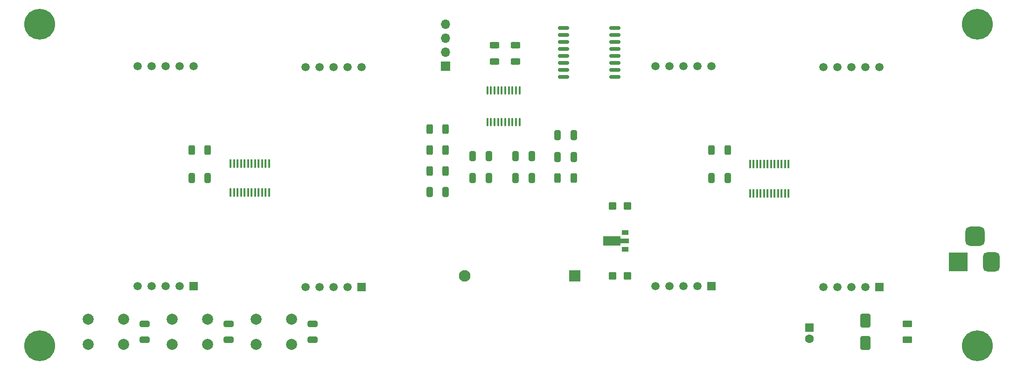
<source format=gts>
%TF.GenerationSoftware,KiCad,Pcbnew,7.0.9*%
%TF.CreationDate,2024-01-28T12:11:26+01:00*%
%TF.ProjectId,Digital_Clock,44696769-7461-46c5-9f43-6c6f636b2e6b,rev?*%
%TF.SameCoordinates,Original*%
%TF.FileFunction,Soldermask,Top*%
%TF.FilePolarity,Negative*%
%FSLAX46Y46*%
G04 Gerber Fmt 4.6, Leading zero omitted, Abs format (unit mm)*
G04 Created by KiCad (PCBNEW 7.0.9) date 2024-01-28 12:11:26*
%MOMM*%
%LPD*%
G01*
G04 APERTURE LIST*
G04 Aperture macros list*
%AMRoundRect*
0 Rectangle with rounded corners*
0 $1 Rounding radius*
0 $2 $3 $4 $5 $6 $7 $8 $9 X,Y pos of 4 corners*
0 Add a 4 corners polygon primitive as box body*
4,1,4,$2,$3,$4,$5,$6,$7,$8,$9,$2,$3,0*
0 Add four circle primitives for the rounded corners*
1,1,$1+$1,$2,$3*
1,1,$1+$1,$4,$5*
1,1,$1+$1,$6,$7*
1,1,$1+$1,$8,$9*
0 Add four rect primitives between the rounded corners*
20,1,$1+$1,$2,$3,$4,$5,0*
20,1,$1+$1,$4,$5,$6,$7,0*
20,1,$1+$1,$6,$7,$8,$9,0*
20,1,$1+$1,$8,$9,$2,$3,0*%
%AMFreePoly0*
4,1,9,3.862500,-0.866500,0.737500,-0.866500,0.737500,-0.450000,-0.737500,-0.450000,-0.737500,0.450000,0.737500,0.450000,0.737500,0.866500,3.862500,0.866500,3.862500,-0.866500,3.862500,-0.866500,$1*%
G04 Aperture macros list end*
%ADD10R,0.410000X1.600000*%
%ADD11R,3.500000X3.500000*%
%ADD12RoundRect,0.750000X0.750000X1.000000X-0.750000X1.000000X-0.750000X-1.000000X0.750000X-1.000000X0*%
%ADD13RoundRect,0.875000X0.875000X0.875000X-0.875000X0.875000X-0.875000X-0.875000X0.875000X-0.875000X0*%
%ADD14R,1.600000X1.600000*%
%ADD15C,1.600000*%
%ADD16R,1.700000X1.700000*%
%ADD17O,1.700000X1.700000*%
%ADD18RoundRect,0.250000X-0.325000X-0.650000X0.325000X-0.650000X0.325000X0.650000X-0.325000X0.650000X0*%
%ADD19C,5.600000*%
%ADD20RoundRect,0.250000X0.312500X0.625000X-0.312500X0.625000X-0.312500X-0.625000X0.312500X-0.625000X0*%
%ADD21RoundRect,0.250000X-0.650000X0.325000X-0.650000X-0.325000X0.650000X-0.325000X0.650000X0.325000X0*%
%ADD22R,2.100000X2.100000*%
%ADD23C,2.100000*%
%ADD24RoundRect,0.100000X0.100000X-0.637500X0.100000X0.637500X-0.100000X0.637500X-0.100000X-0.637500X0*%
%ADD25RoundRect,0.250000X-0.312500X-0.625000X0.312500X-0.625000X0.312500X0.625000X-0.312500X0.625000X0*%
%ADD26RoundRect,0.150000X0.875000X0.150000X-0.875000X0.150000X-0.875000X-0.150000X0.875000X-0.150000X0*%
%ADD27RoundRect,0.250000X0.650000X-0.325000X0.650000X0.325000X-0.650000X0.325000X-0.650000X-0.325000X0*%
%ADD28C,2.000000*%
%ADD29RoundRect,0.250000X-0.450000X-0.425000X0.450000X-0.425000X0.450000X0.425000X-0.450000X0.425000X0*%
%ADD30RoundRect,0.250000X-0.650000X1.000000X-0.650000X-1.000000X0.650000X-1.000000X0.650000X1.000000X0*%
%ADD31R,1.300000X0.900000*%
%ADD32FreePoly0,180.000000*%
%ADD33RoundRect,0.250000X0.325000X0.650000X-0.325000X0.650000X-0.325000X-0.650000X0.325000X-0.650000X0*%
%ADD34RoundRect,0.250000X-0.625000X0.312500X-0.625000X-0.312500X0.625000X-0.312500X0.625000X0.312500X0*%
%ADD35RoundRect,0.250000X0.625000X-0.375000X0.625000X0.375000X-0.625000X0.375000X-0.625000X-0.375000X0*%
%ADD36R,1.500000X1.500000*%
%ADD37C,1.500000*%
G04 APERTURE END LIST*
D10*
%TO.C,U4*%
X194945000Y-91668600D03*
X195580000Y-91668600D03*
X196215000Y-91668600D03*
X196850000Y-91668600D03*
X197485000Y-91668600D03*
X198120000Y-91668600D03*
X198755000Y-91668600D03*
X199390000Y-91668600D03*
X200025000Y-91668600D03*
X200660000Y-91668600D03*
X201295000Y-91668600D03*
X201930000Y-91668600D03*
X201930000Y-86360000D03*
X201295000Y-86360000D03*
X200660000Y-86360000D03*
X200025000Y-86360000D03*
X199390000Y-86360000D03*
X198755000Y-86360000D03*
X198120000Y-86360000D03*
X197485000Y-86360000D03*
X196850000Y-86360000D03*
X196215000Y-86360000D03*
X195580000Y-86360000D03*
X194945000Y-86360000D03*
%TD*%
D11*
%TO.C,J1*%
X232760000Y-104140000D03*
D12*
X238760000Y-104140000D03*
D13*
X235760000Y-99440000D03*
%TD*%
D14*
%TO.C,C8*%
X205740000Y-116110000D03*
D15*
X205740000Y-118110000D03*
%TD*%
D16*
%TO.C,J2*%
X139700000Y-68580000D03*
D17*
X139700000Y-66040000D03*
X139700000Y-63500000D03*
X139700000Y-60960000D03*
%TD*%
D18*
%TO.C,C4*%
X144575000Y-88900000D03*
X147525000Y-88900000D03*
%TD*%
D19*
%TO.C,REF\u002A\u002A*%
X66040000Y-60960000D03*
%TD*%
D18*
%TO.C,C10*%
X160020000Y-81087500D03*
X162970000Y-81087500D03*
%TD*%
D20*
%TO.C,R5*%
X139687500Y-80010000D03*
X136762500Y-80010000D03*
%TD*%
D21*
%TO.C,C12*%
X85090000Y-115365000D03*
X85090000Y-118315000D03*
%TD*%
D22*
%TO.C,BT1*%
X163149087Y-106680000D03*
D23*
X143149087Y-106680000D03*
%TD*%
D24*
%TO.C,U2*%
X147257500Y-78707500D03*
X147907500Y-78707500D03*
X148557500Y-78707500D03*
X149207500Y-78707500D03*
X149857500Y-78707500D03*
X150507500Y-78707500D03*
X151157500Y-78707500D03*
X151807500Y-78707500D03*
X152457500Y-78707500D03*
X153107500Y-78707500D03*
X153107500Y-72982500D03*
X152457500Y-72982500D03*
X151807500Y-72982500D03*
X151157500Y-72982500D03*
X150507500Y-72982500D03*
X149857500Y-72982500D03*
X149207500Y-72982500D03*
X148557500Y-72982500D03*
X147907500Y-72982500D03*
X147257500Y-72982500D03*
%TD*%
D25*
%TO.C,R2*%
X136762500Y-87630000D03*
X139687500Y-87630000D03*
%TD*%
D19*
%TO.C,REF\u002A\u002A*%
X236220000Y-60960000D03*
%TD*%
D26*
%TO.C,U1*%
X170385000Y-70485000D03*
X170385000Y-69215000D03*
X170385000Y-67945000D03*
X170385000Y-66675000D03*
X170385000Y-65405000D03*
X170385000Y-64135000D03*
X170385000Y-62865000D03*
X170385000Y-61595000D03*
X161085000Y-61595000D03*
X161085000Y-62865000D03*
X161085000Y-64135000D03*
X161085000Y-65405000D03*
X161085000Y-66675000D03*
X161085000Y-67945000D03*
X161085000Y-69215000D03*
X161085000Y-70485000D03*
%TD*%
D25*
%TO.C,R1*%
X136762500Y-83820000D03*
X139687500Y-83820000D03*
%TD*%
D20*
%TO.C,R7*%
X190885000Y-83820000D03*
X187960000Y-83820000D03*
%TD*%
%TO.C,R6*%
X162945000Y-88900000D03*
X160020000Y-88900000D03*
%TD*%
D27*
%TO.C,C3*%
X115570000Y-118315000D03*
X115570000Y-115365000D03*
%TD*%
D28*
%TO.C,SW3*%
X74780000Y-114590000D03*
X81280000Y-114590000D03*
X74780000Y-119090000D03*
X81280000Y-119090000D03*
%TD*%
D29*
%TO.C,C13*%
X170020000Y-93980000D03*
X172720000Y-93980000D03*
%TD*%
D30*
%TO.C,D1*%
X215900000Y-114840000D03*
X215900000Y-118840000D03*
%TD*%
D31*
%TO.C,U3*%
X172290000Y-101830000D03*
D32*
X172202500Y-100330000D03*
D31*
X172290000Y-98830000D03*
%TD*%
D19*
%TO.C,REF\u002A\u002A*%
X236220000Y-119380000D03*
%TD*%
D33*
%TO.C,C2*%
X155350000Y-88900000D03*
X152400000Y-88900000D03*
%TD*%
D18*
%TO.C,C14*%
X187960000Y-88900000D03*
X190910000Y-88900000D03*
%TD*%
D29*
%TO.C,C11*%
X170020000Y-106680000D03*
X172720000Y-106680000D03*
%TD*%
D28*
%TO.C,SW1*%
X96520000Y-119090000D03*
X90020000Y-119090000D03*
X96520000Y-114590000D03*
X90020000Y-114590000D03*
%TD*%
D34*
%TO.C,R3*%
X152400000Y-64770000D03*
X152400000Y-67695000D03*
%TD*%
D20*
%TO.C,R8*%
X96520000Y-83820000D03*
X93595000Y-83820000D03*
%TD*%
D19*
%TO.C,REF\u002A\u002A*%
X66040000Y-119380000D03*
%TD*%
D28*
%TO.C,SW2*%
X111760000Y-119090000D03*
X105260000Y-119090000D03*
X111760000Y-114590000D03*
X105260000Y-114590000D03*
%TD*%
D18*
%TO.C,C15*%
X93570000Y-88900000D03*
X96520000Y-88900000D03*
%TD*%
%TO.C,C6*%
X144575000Y-84885000D03*
X147525000Y-84885000D03*
%TD*%
D34*
%TO.C,R4*%
X148590000Y-64770000D03*
X148590000Y-67695000D03*
%TD*%
D33*
%TO.C,C7*%
X155350000Y-84885000D03*
X152400000Y-84885000D03*
%TD*%
D18*
%TO.C,C5*%
X136750000Y-91440000D03*
X139700000Y-91440000D03*
%TD*%
D10*
%TO.C,U5*%
X100647500Y-91554300D03*
X101282500Y-91554300D03*
X101917500Y-91554300D03*
X102552500Y-91554300D03*
X103187500Y-91554300D03*
X103822500Y-91554300D03*
X104457500Y-91554300D03*
X105092500Y-91554300D03*
X105727500Y-91554300D03*
X106362500Y-91554300D03*
X106997500Y-91554300D03*
X107632500Y-91554300D03*
X107632500Y-86245700D03*
X106997500Y-86245700D03*
X106362500Y-86245700D03*
X105727500Y-86245700D03*
X105092500Y-86245700D03*
X104457500Y-86245700D03*
X103822500Y-86245700D03*
X103187500Y-86245700D03*
X102552500Y-86245700D03*
X101917500Y-86245700D03*
X101282500Y-86245700D03*
X100647500Y-86245700D03*
%TD*%
D35*
%TO.C,F1*%
X223520000Y-118240000D03*
X223520000Y-115440000D03*
%TD*%
D18*
%TO.C,C9*%
X160020000Y-85090000D03*
X162970000Y-85090000D03*
%TD*%
D27*
%TO.C,C1*%
X100330000Y-118315000D03*
X100330000Y-115365000D03*
%TD*%
D36*
%TO.C,U6*%
X218440000Y-108717500D03*
D37*
X215900000Y-108717500D03*
X213360000Y-108717500D03*
X210820000Y-108717500D03*
X208280000Y-108717500D03*
X208280000Y-68717500D03*
X210820000Y-68717500D03*
X213360000Y-68717500D03*
X215900000Y-68717500D03*
X218440000Y-68717500D03*
%TD*%
D36*
%TO.C,U7*%
X187960000Y-108580000D03*
D37*
X185420000Y-108580000D03*
X182880000Y-108580000D03*
X180340000Y-108580000D03*
X177800000Y-108580000D03*
X177800000Y-68580000D03*
X180340000Y-68580000D03*
X182880000Y-68580000D03*
X185420000Y-68580000D03*
X187960000Y-68580000D03*
%TD*%
D36*
%TO.C,U9*%
X93980000Y-108580000D03*
D37*
X91440000Y-108580000D03*
X88900000Y-108580000D03*
X86360000Y-108580000D03*
X83820000Y-108580000D03*
X83820000Y-68580000D03*
X86360000Y-68580000D03*
X88900000Y-68580000D03*
X91440000Y-68580000D03*
X93980000Y-68580000D03*
%TD*%
D36*
%TO.C,U8*%
X124460000Y-108717500D03*
D37*
X121920000Y-108717500D03*
X119380000Y-108717500D03*
X116840000Y-108717500D03*
X114300000Y-108717500D03*
X114300000Y-68717500D03*
X116840000Y-68717500D03*
X119380000Y-68717500D03*
X121920000Y-68717500D03*
X124460000Y-68717500D03*
%TD*%
M02*

</source>
